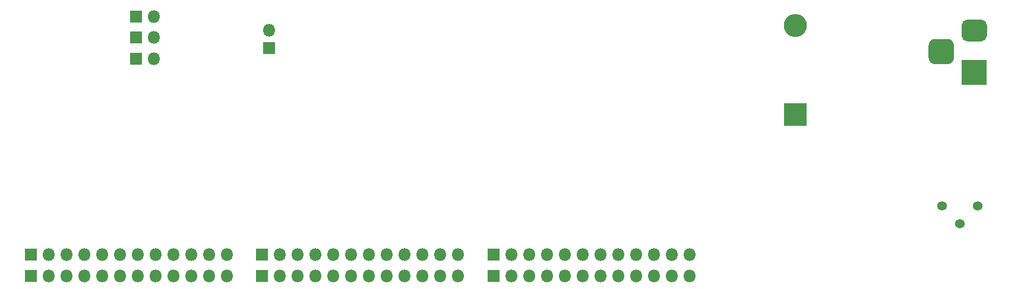
<source format=gbr>
%TF.GenerationSoftware,KiCad,Pcbnew,(5.1.5-131-g305ed0b65)-1*%
%TF.CreationDate,2020-04-22T15:18:06+08:00*%
%TF.ProjectId,NixieController,4e697869-6543-46f6-9e74-726f6c6c6572,rev?*%
%TF.SameCoordinates,Original*%
%TF.FileFunction,Soldermask,Bot*%
%TF.FilePolarity,Negative*%
%FSLAX46Y46*%
G04 Gerber Fmt 4.6, Leading zero omitted, Abs format (unit mm)*
G04 Created by KiCad (PCBNEW (5.1.5-131-g305ed0b65)-1) date 2020-04-22 15:18:06*
%MOMM*%
%LPD*%
G01*
G04 APERTURE LIST*
%ADD10R,1.800000X1.800000*%
%ADD11O,1.800000X1.800000*%
%ADD12R,3.600000X3.600000*%
%ADD13C,1.360000*%
%ADD14R,3.300000X3.300000*%
%ADD15O,3.300000X3.300000*%
G04 APERTURE END LIST*
D10*
%TO.C,J10*%
X-48000000Y-50000000D03*
D11*
X-45460000Y-50000000D03*
%TD*%
%TO.C,J2*%
X-35060000Y-78000000D03*
X-37600000Y-78000000D03*
X-40140000Y-78000000D03*
X-42680000Y-78000000D03*
X-45220000Y-78000000D03*
X-47760000Y-78000000D03*
X-50300000Y-78000000D03*
X-52840000Y-78000000D03*
X-55380000Y-78000000D03*
X-57920000Y-78000000D03*
X-60460000Y-78000000D03*
D10*
X-63000000Y-78000000D03*
%TD*%
D12*
%TO.C,J7*%
X71500000Y-52000000D03*
G36*
G01*
X70475000Y-44450000D02*
X72525000Y-44450000D01*
G75*
G02*
X73300000Y-45225000I0J-775000D01*
G01*
X73300000Y-46775000D01*
G75*
G02*
X72525000Y-47550000I-775000J0D01*
G01*
X70475000Y-47550000D01*
G75*
G02*
X69700000Y-46775000I0J775000D01*
G01*
X69700000Y-45225000D01*
G75*
G02*
X70475000Y-44450000I775000J0D01*
G01*
G37*
G36*
G01*
X65900000Y-47200000D02*
X67700000Y-47200000D01*
G75*
G02*
X68600000Y-48100000I0J-900000D01*
G01*
X68600000Y-49900000D01*
G75*
G02*
X67700000Y-50800000I-900000J0D01*
G01*
X65900000Y-50800000D01*
G75*
G02*
X65000000Y-49900000I0J900000D01*
G01*
X65000000Y-48100000D01*
G75*
G02*
X65900000Y-47200000I900000J0D01*
G01*
G37*
%TD*%
D13*
%TO.C,RV1*%
X66920000Y-71000000D03*
X69460000Y-73540000D03*
X72000000Y-71000000D03*
%TD*%
D14*
%TO.C,D1*%
X46000000Y-58000000D03*
D15*
X46000000Y-45300000D03*
%TD*%
D10*
%TO.C,J8*%
X-48000000Y-44000000D03*
D11*
X-45460000Y-44000000D03*
%TD*%
%TO.C,J9*%
X-45460000Y-47000000D03*
D10*
X-48000000Y-47000000D03*
%TD*%
%TO.C,J1*%
X-63000000Y-81000000D03*
D11*
X-60460000Y-81000000D03*
X-57920000Y-81000000D03*
X-55380000Y-81000000D03*
X-52840000Y-81000000D03*
X-50300000Y-81000000D03*
X-47760000Y-81000000D03*
X-45220000Y-81000000D03*
X-42680000Y-81000000D03*
X-40140000Y-81000000D03*
X-37600000Y-81000000D03*
X-35060000Y-81000000D03*
%TD*%
%TO.C,J3*%
X-2060000Y-81000000D03*
X-4600000Y-81000000D03*
X-7140000Y-81000000D03*
X-9680000Y-81000000D03*
X-12220000Y-81000000D03*
X-14760000Y-81000000D03*
X-17300000Y-81000000D03*
X-19840000Y-81000000D03*
X-22380000Y-81000000D03*
X-24920000Y-81000000D03*
X-27460000Y-81000000D03*
D10*
X-30000000Y-81000000D03*
%TD*%
%TO.C,J4*%
X-30000000Y-78000000D03*
D11*
X-27460000Y-78000000D03*
X-24920000Y-78000000D03*
X-22380000Y-78000000D03*
X-19840000Y-78000000D03*
X-17300000Y-78000000D03*
X-14760000Y-78000000D03*
X-12220000Y-78000000D03*
X-9680000Y-78000000D03*
X-7140000Y-78000000D03*
X-4600000Y-78000000D03*
X-2060000Y-78000000D03*
%TD*%
D10*
%TO.C,J5*%
X3000000Y-81000000D03*
D11*
X5540000Y-81000000D03*
X8080000Y-81000000D03*
X10620000Y-81000000D03*
X13160000Y-81000000D03*
X15700000Y-81000000D03*
X18240000Y-81000000D03*
X20780000Y-81000000D03*
X23320000Y-81000000D03*
X25860000Y-81000000D03*
X28400000Y-81000000D03*
X30940000Y-81000000D03*
%TD*%
D10*
%TO.C,J6*%
X3000000Y-78000000D03*
D11*
X5540000Y-78000000D03*
X8080000Y-78000000D03*
X10620000Y-78000000D03*
X13160000Y-78000000D03*
X15700000Y-78000000D03*
X18240000Y-78000000D03*
X20780000Y-78000000D03*
X23320000Y-78000000D03*
X25860000Y-78000000D03*
X28400000Y-78000000D03*
X30940000Y-78000000D03*
%TD*%
%TO.C,J11*%
X-29000000Y-46000000D03*
D10*
X-29000000Y-48540000D03*
%TD*%
M02*

</source>
